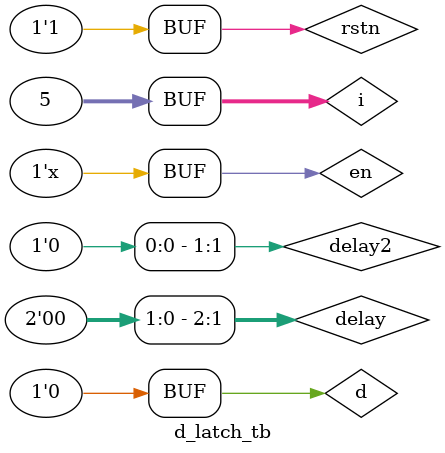
<source format=v>
module d_latch_tb;
  reg d,en,rstn;
  reg [2:0] delay;  
  reg [1:0] delay2;  
  integer i;  
  d_latch  dl0 ( .d (d),.en (en),.rstn (rstn),.q (q));
  initial begin
    d <= 0;  
    en <= 0;  
    rstn <= 0;  
    #10 rstn <= 1;  
    for (i = 0; i < 5; i=i+1) 
      begin  
         delay = $random;  
         delay2 = $random;  
         #(delay2) en <= ~en;  
         #(delay) d <= i;  
      end  
    $monitor ("[%0t] en=%0b d=%0b q=%0b", $time, en, d, q);  
   end  
endmodule  

</source>
